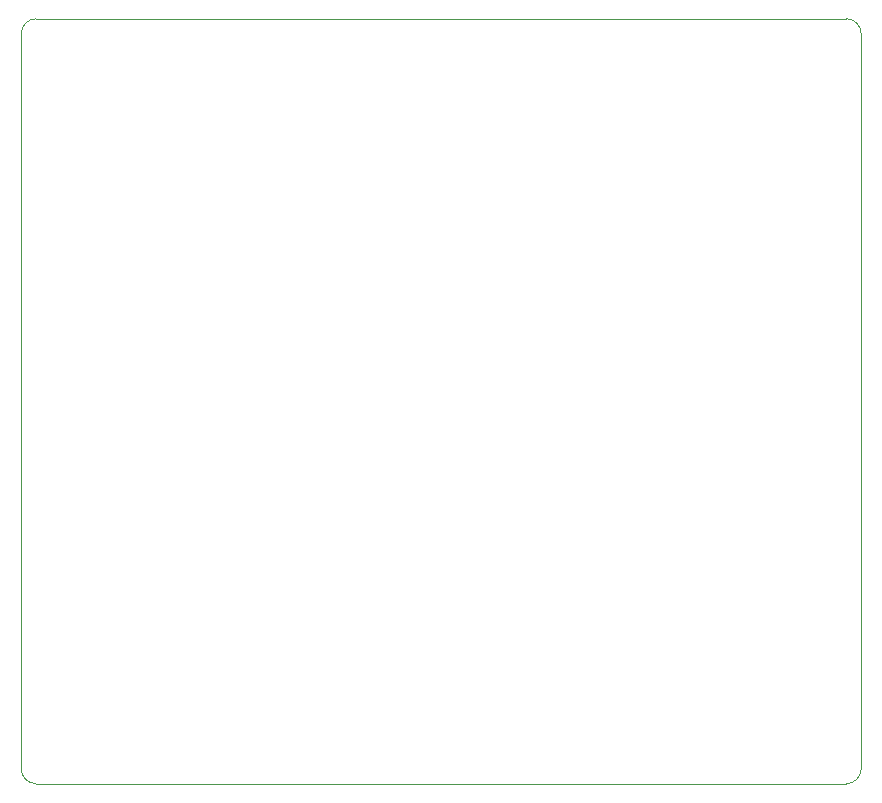
<source format=gbr>
%TF.GenerationSoftware,Altium Limited,Altium Designer,24.2.2 (26)*%
G04 Layer_Color=0*
%FSLAX45Y45*%
%MOMM*%
%TF.SameCoordinates,A195ED8F-B54E-4743-8023-4A5FD5FDB8DD*%
%TF.FilePolarity,Positive*%
%TF.FileFunction,Profile,NP*%
%TF.Part,Single*%
G01*
G75*
%TA.AperFunction,Profile*%
%ADD27C,0.02540*%
D27*
X0Y127000D02*
Y6350000D01*
D02*
G02*
X127000Y6477000I127000J0D01*
G01*
X6985000D01*
D02*
G02*
X7112000Y6350000I0J-127000D01*
G01*
Y127000D01*
D02*
G02*
X6985000Y0I-127000J0D01*
G01*
X127000D01*
D02*
G02*
X0Y127000I0J127000D01*
G01*
%TF.MD5,fbd496d27bf7d0fd17dace0738bcd1a9*%
M02*

</source>
